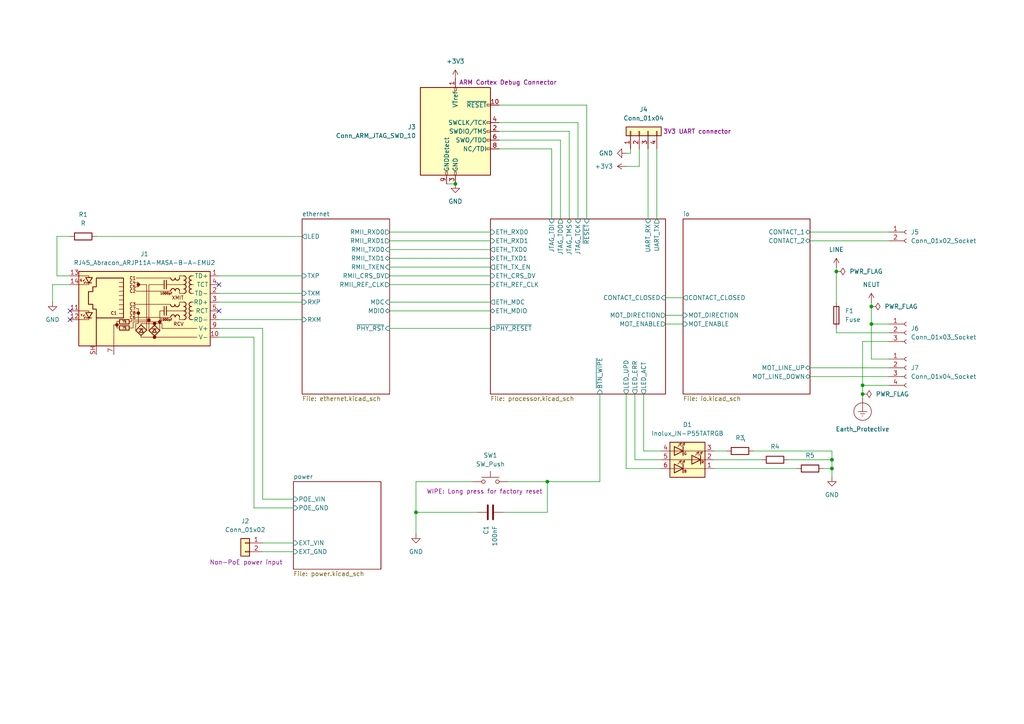
<source format=kicad_sch>
(kicad_sch (version 20250114) (generator "eeschema") (generator_version "9.0")
  (paper "A4")
  (title_block (title "iot-contact"))
  (lib_symbols
    (symbol "Connector:Conn_01x02_Socket" (pin_names (offset 1.016) (hide yes))
      (property "Reference" "J" (at 0 2.54 0))
      (property "Value" "Conn_01x02_Socket" (at 0 -5.08 0))
      (symbol "Conn_01x02_Socket_1_1"
        (polyline (pts (xy -1.27 0) (xy -0.508 0)) (stroke (width 0.1524)))
        (polyline (pts (xy -1.27 -2.54) (xy -0.508 -2.54)) (stroke (width 0.1524)))
        (arc (start 0 -0.508) (mid -0.5058 0) (end 0 0.508) (stroke (width 0.1524)))
        (arc (start 0 -3.048) (mid -0.5058 -2.54) (end 0 -2.032) (stroke (width 0.1524)))
        (pin passive line (at -5.08 0 0) (length 3.81) (name "Pin_1") (number "1"))
        (pin passive line (at -5.08 -2.54 0) (length 3.81) (name "Pin_2") (number "2"))
      )
    )
    (symbol "Connector:Conn_01x03_Socket" (pin_names (offset 1.016) (hide yes))
      (property "Reference" "J" (at 0 5.08 0))
      (property "Value" "Conn_01x03_Socket" (at 0 -5.08 0))
      (symbol "Conn_01x03_Socket_1_1"
        (polyline (pts (xy -1.27 2.54) (xy -0.508 2.54)) (stroke (width 0.1524)))
        (polyline (pts (xy -1.27 0) (xy -0.508 0)) (stroke (width 0.1524)))
        (polyline (pts (xy -1.27 -2.54) (xy -0.508 -2.54)) (stroke (width 0.1524)))
        (arc (start 0 2.032) (mid -0.5058 2.54) (end 0 3.048) (stroke (width 0.1524)))
        (arc (start 0 -0.508) (mid -0.5058 0) (end 0 0.508) (stroke (width 0.1524)))
        (arc (start 0 -3.048) (mid -0.5058 -2.54) (end 0 -2.032) (stroke (width 0.1524)))
        (pin passive line (at -5.08 2.54 0) (length 3.81) (name "Pin_1") (number "1"))
        (pin passive line (at -5.08 0 0) (length 3.81) (name "Pin_2") (number "2"))
        (pin passive line (at -5.08 -2.54 0) (length 3.81) (name "Pin_3") (number "3"))
      )
    )
    (symbol "Connector:Conn_01x04_Socket" (pin_names (offset 1.016) (hide yes))
      (property "Reference" "J" (at 0 5.08 0))
      (property "Value" "Conn_01x04_Socket" (at 0 -7.62 0))
      (symbol "Conn_01x04_Socket_1_1"
        (polyline (pts (xy -1.27 2.54) (xy -0.508 2.54)) (stroke (width 0.1524)))
        (polyline (pts (xy -1.27 0) (xy -0.508 0)) (stroke (width 0.1524)))
        (polyline (pts (xy -1.27 -2.54) (xy -0.508 -2.54)) (stroke (width 0.1524)))
        (polyline (pts (xy -1.27 -5.08) (xy -0.508 -5.08)) (stroke (width 0.1524)))
        (arc (start 0 2.032) (mid -0.5058 2.54) (end 0 3.048) (stroke (width 0.1524)))
        (arc (start 0 -0.508) (mid -0.5058 0) (end 0 0.508) (stroke (width 0.1524)))
        (arc (start 0 -3.048) (mid -0.5058 -2.54) (end 0 -2.032) (stroke (width 0.1524)))
        (arc (start 0 -5.588) (mid -0.5058 -5.08) (end 0 -4.572) (stroke (width 0.1524)))
        (pin passive line (at -5.08 2.54 0) (length 3.81) (name "Pin_1") (number "1"))
        (pin passive line (at -5.08 0 0) (length 3.81) (name "Pin_2") (number "2"))
        (pin passive line (at -5.08 -2.54 0) (length 3.81) (name "Pin_3") (number "3"))
        (pin passive line (at -5.08 -5.08 0) (length 3.81) (name "Pin_4") (number "4"))
      )
    )
    (symbol "Connector:Conn_ARM_JTAG_SWD_10" (pin_names (offset 1.016))
      (property "Reference" "J" (at -2.54 16.51 0))
      (property "Value" "Conn_ARM_JTAG_SWD_10" (at -2.54 13.97 0))
      (symbol "Conn_ARM_JTAG_SWD_10_0_1"
        (rectangle (start -10.16 12.7) (end 10.16 -12.7) (stroke (width 0.254)) (fill (type background)))
        (rectangle (start -2.794 -12.7) (end -2.286 -11.684))
        (rectangle (start -0.254 12.7) (end 0.254 11.684))
        (rectangle (start -0.254 -12.7) (end 0.254 -11.684))
        (rectangle (start 9.144 2.286) (end 10.16 2.794))
        (rectangle (start 10.16 7.874) (end 9.144 7.366))
        (rectangle (start 10.16 -0.254) (end 9.144 0.254))
        (rectangle (start 10.16 -2.794) (end 9.144 -2.286))
      )
      (symbol "Conn_ARM_JTAG_SWD_10_1_1"
        (rectangle (start 9.144 -5.334) (end 10.16 -4.826))
        (pin no_connect line (at -10.16 0 0) (length 2.54) (hide yes) (name "KEY") (number "7"))
        (pin passive line (at -2.54 -15.24 90) (length 2.54) (name "GNDDetect") (number "9"))
        (pin power_in line (at 0 15.24 270) (length 2.54) (name "VTref") (number "1"))
        (pin power_in line (at 0 -15.24 90) (length 2.54) (name "GND") (number "3"))
        (pin passive line (at 0 -15.24 90) (length 2.54) (hide yes) (name "GND") (number "5"))
        (pin open_collector line (at 12.7 7.62 180) (length 2.54) (name "~{RESET}") (number "10"))
        (pin output line (at 12.7 2.54 180) (length 2.54) (name "SWCLK/TCK") (number "4"))
        (pin bidirectional line (at 12.7 0 180) (length 2.54) (name "SWDIO/TMS") (number "2"))
        (pin input line (at 12.7 -2.54 180) (length 2.54) (name "SWO/TDO") (number "6"))
        (pin output line (at 12.7 -5.08 180) (length 2.54) (name "NC/TDI") (number "8"))
      )
    )
    (symbol "Connector:RJ45_Abracon_ARJP11A-MASA-B-A-EMU2"
      (property "Reference" "J" (at 18.415 12.7 0))
      (property "Value" "RJ45_Abracon_ARJP11A-MASA-B-A-EMU2" (at -4.445 12.7 0))
      (symbol "RJ45_Abracon_ARJP11A-MASA-B-A-EMU2_0_0"
        (polyline (pts (xy -5.08 8.89) (xy -5.08 6.35)) (stroke (width 0.254)))
        (polyline (pts (xy -5.08 1.27) (xy -5.08 -1.27)) (stroke (width 0.254)))
        (polyline (pts (xy -4.445 8.89) (xy -4.445 6.35)) (stroke (width 0.254)))
        (polyline (pts (xy -4.445 1.27) (xy -4.445 -1.27)) (stroke (width 0.254)))
        (circle (center -3.175 -3.175) (radius 0.0001) (stroke (width 0.508)))
        (circle (center -1.651 -3.683) (radius 0.0001) (stroke (width 0.508)))
        (circle (center -1.651 -7.62) (radius 0.0001) (stroke (width 0.508)))
        (circle (center 0 -2.667) (radius 0.0001) (stroke (width 0.508)))
        (circle (center 3.048 7.62) (radius 0.0001) (stroke (width 0.508)))
        (circle (center 3.048 -0.635) (radius 0.0001) (stroke (width 0.508)))
        (polyline (pts (xy 3.683 8.255) (xy 3.048 8.255) (xy 3.048 6.985) (xy 3.683 6.985)))
        (polyline (pts (xy 3.683 0.635) (xy 3.048 0.635) (xy 3.048 -0.635) (xy 3.683 -0.635)))
        (polyline (pts (xy 8.636 -4.953) (xy 9.271 -4.953) (xy 9.271 -3.048) (xy 8.636 -3.048)))
        (polyline (pts (xy 9.271 -4.064) (xy 10.16 -4.064)))
        (circle (center 9.271 -4.064) (radius 0.0001) (stroke (width 0.508)))
        (polyline (pts (xy 17.399 9.652) (xy 17.399 10.16) (xy 20.32 10.16)))
        (polyline (pts (xy 17.399 -0.508) (xy 17.399 0) (xy 20.32 0)))
        (polyline (pts (xy 20.32 7.62) (xy 17.399 7.62) (xy 17.399 8.128)))
        (polyline (pts (xy 20.32 -2.54) (xy 17.399 -2.54) (xy 17.399 -2.032)))
        (text "XMIT" (at -10.16 3.81 0) (effects (font (size 1.016 1.016)) (justify left)))
        (text "RCV" (at -10.16 -3.81 0) (effects (font (size 1.016 1.016)) (justify left)))
        (text "C1" (at 4.699 9.525 0) (effects (font (size 0.889 0.889))))
        (text "C4" (at 4.699 8.255 0) (effects (font (size 0.889 0.889))))
        (text "C5" (at 4.699 6.985 0) (effects (font (size 0.889 0.889))))
        (text "C2" (at 4.699 5.715 0) (effects (font (size 0.889 0.889))))
        (text "C3" (at 4.699 1.905 0) (effects (font (size 0.889 0.889))))
        (text "C7" (at 4.699 0.635 0) (effects (font (size 0.889 0.889))))
        (text "C8" (at 4.699 -0.635 0) (effects (font (size 0.889 0.889))))
        (text "C6" (at 4.699 -1.905 0) (effects (font (size 0.889 0.889))))
        (text "C1" (at 10.16 -0.635 0) (effects (font (size 0.889 0.889))))
      )
      (symbol "RJ45_Abracon_ARJP11A-MASA-B-A-EMU2_0_1"
        (rectangle (start -17.78 11.43) (end 20.32 -10.16) (stroke (width 0.254)) (fill (type background)))
        (polyline (pts (xy -12.3163 10.16) (xy -12.9513 10.16)))
        (polyline (pts (xy -12.3163 7.62) (xy -12.9513 7.62)))
        (polyline (pts (xy -12.3163 5.08) (xy -12.9513 5.08)))
        (polyline (pts (xy -12.3163 2.54) (xy -12.9513 2.54)))
        (polyline (pts (xy -12.3163 0) (xy -12.9513 0)))
        (polyline (pts (xy -12.3163 -2.54) (xy -12.9513 -2.54)))
        (polyline (pts (xy -10.16 10.16) (xy -8.89 10.16) (xy -8.89 9.525)))
        (polyline (pts (xy -10.16 2.54) (xy -8.89 2.54) (xy -8.89 1.905)))
        (polyline (pts (xy -8.89 5.715) (xy -8.89 5.08) (xy -10.16 5.08)))
        (polyline (pts (xy -8.89 -1.905) (xy -8.89 -2.54) (xy -10.16 -2.54)))
        (polyline (pts (xy -6.35 9.525) (xy 3.683 9.525)))
        (polyline (pts (xy -6.35 5.715) (xy 3.683 5.715)))
        (polyline (pts (xy -6.35 -1.905) (xy 3.683 -1.905)))
        (polyline (pts (xy -6.223 1.905) (xy 3.683 1.905)))
        (polyline (pts (xy -5.08 7.62) (xy -10.16 7.62)))
        (polyline (pts (xy -5.08 0) (xy -10.16 0)))
        (polyline (pts (xy -4.445 7.62) (xy 0 7.62) (xy 0 -5.715)))
        (polyline (pts (xy -4.445 0) (xy -3.175 0) (xy -3.175 -5.715)))
        (polyline (pts (xy 7.366 5.715) (xy 8.636 5.715)))
        (polyline (pts (xy 7.366 4.445) (xy 8.636 4.445)))
        (polyline (pts (xy 7.366 3.175) (xy 8.636 3.175)))
        (polyline (pts (xy 7.366 1.778) (xy 8.636 1.778)))
        (polyline (pts (xy 7.366 0.508) (xy 8.636 0.508)))
        (polyline (pts (xy 8.636 8.255) (xy 7.366 8.255)))
        (polyline (pts (xy 8.636 6.985) (xy 7.366 6.985)))
        (polyline (pts (xy 8.636 -0.762) (xy 7.366 -0.762)))
      )
      (symbol "RJ45_Abracon_ARJP11A-MASA-B-A-EMU2_1_0"
        (text "1000pF" (at -5.08 5.08 0) (effects (font (size 0.635 0.635))))
        (text "1000pF" (at -5.08 -2.54 0) (effects (font (size 0.635 0.635))))
      )
      (symbol "RJ45_Abracon_ARJP11A-MASA-B-A-EMU2_1_1"
        (polyline (pts (xy -13.97 -5.08) (xy -3.81 -5.08)))
        (polyline (pts (xy -13.97 -7.62) (xy 2.286 -7.62)))
        (arc (start -12.3163 2.54) (mid -11.684 1.905) (end -12.3163 1.27) (stroke (width 0.254)))
        (arc (start -12.3136 10.16) (mid -11.6813 9.525) (end -12.3136 8.89) (stroke (width 0.254)))
        (arc (start -12.3136 1.27) (mid -11.6813 0.635) (end -12.3136 0) (stroke (width 0.254)))
        (arc (start -12.3136 0) (mid -11.6813 -0.635) (end -12.3136 -1.27) (stroke (width 0.254)))
        (arc (start -12.3136 -1.27) (mid -11.6813 -1.905) (end -12.3136 -2.54) (stroke (width 0.254)))
        (arc (start -12.3109 8.89) (mid -11.6786 8.255) (end -12.3109 7.62) (stroke (width 0.254)))
        (arc (start -12.3109 7.62) (mid -11.6786 6.985) (end -12.3109 6.35) (stroke (width 0.254)))
        (arc (start -12.3109 6.35) (mid -11.6786 5.715) (end -12.3109 5.08) (stroke (width 0.254)))
        (arc (start -10.1654 8.89) (mid -10.7977 9.525) (end -10.1654 10.16) (stroke (width 0.254)))
        (arc (start -10.1654 7.62) (mid -10.7977 8.255) (end -10.1654 8.89) (stroke (width 0.254)))
        (arc (start -10.1654 6.35) (mid -10.7977 6.985) (end -10.1654 7.62) (stroke (width 0.254)))
        (arc (start -10.1654 1.27) (mid -10.7977 1.905) (end -10.1654 2.54) (stroke (width 0.254)))
        (arc (start -10.1654 0) (mid -10.7977 0.635) (end -10.1654 1.27) (stroke (width 0.254)))
        (arc (start -10.1654 -1.27) (mid -10.7977 -0.635) (end -10.1654 0) (stroke (width 0.254)))
        (arc (start -10.1627 5.08) (mid -10.795 5.715) (end -10.1627 6.35) (stroke (width 0.254)))
        (arc (start -10.1627 -2.54) (mid -10.795 -1.905) (end -10.1627 -1.27) (stroke (width 0.254)))
        (arc (start -7.62 9.5223) (mid -8.255 8.89) (end -8.89 9.5223) (stroke (width 0.254)))
        (arc (start -8.89 5.8447) (mid -8.255 6.477) (end -7.62 5.8447) (stroke (width 0.254)))
        (arc (start -8.89 -1.7753) (mid -8.255 -1.143) (end -7.62 -1.7753) (stroke (width 0.254)))
        (arc (start -7.5565 1.8388) (mid -8.1915 1.2065) (end -8.8265 1.8388) (stroke (width 0.254)))
        (arc (start -6.35 9.525) (mid -6.985 8.8927) (end -7.62 9.525) (stroke (width 0.254)))
        (arc (start -7.62 5.8474) (mid -6.985 6.4797) (end -6.35 5.8474) (stroke (width 0.254)))
        (arc (start -7.62 -1.7726) (mid -6.985 -1.1403) (end -6.35 -1.7726) (stroke (width 0.254)))
        (arc (start -6.2865 1.8415) (mid -6.9215 1.2092) (end -7.5565 1.8415) (stroke (width 0.254)))
        (polyline (pts (xy -3.81 -5.08) (xy -3.81 -3.683) (xy -1.651 -3.683)))
        (polyline (pts (xy -2.159 -5.207) (xy -1.016 -5.207)) (stroke (width 0.254)))
        (polyline (pts (xy -2.159 -6.223) (xy -1.016 -6.223) (xy -1.651 -5.207) (xy -2.159 -6.223)) (stroke (width 0.254)))
        (polyline (pts (xy -1.905 -3.683) (xy -1.651 -3.683) (xy -1.651 -4.191)))
        (polyline (pts (xy -1.651 -3.683) (xy 2.286 -3.683) (xy 2.286 -4.064)))
        (polyline (pts (xy -1.651 -4.191) (xy -3.175 -5.715) (xy -1.651 -7.239) (xy 0 -5.715) (xy -1.651 -4.191)) (stroke (width 0.254)))
        (polyline (pts (xy -1.651 -7.239) (xy -1.651 -7.493)))
        (polyline (pts (xy 1.651 -5.207) (xy 2.794 -5.207)) (stroke (width 0.254)))
        (polyline (pts (xy 1.651 -6.223) (xy 2.794 -6.223) (xy 2.159 -5.207) (xy 1.651 -6.223)) (stroke (width 0.254)))
        (polyline (pts (xy 2.286 -4.064) (xy 0.635 -5.588) (xy 2.286 -7.112) (xy 3.81 -5.715) (xy 2.286 -4.064)) (stroke (width 0.254)))
        (polyline (pts (xy 2.286 -7.112) (xy 2.286 -7.62)))
        (polyline (pts (xy 3.048 7.62) (xy 0.635 7.62) (xy 0.635 -5.588)))
        (polyline (pts (xy 3.048 -0.508) (xy 3.048 -3.683) (xy 3.81 -3.683) (xy 3.81 -5.715)))
        (polyline (pts (xy 5.715 -3.175) (xy 5.08 -3.175) (xy 5.08 -2.667) (xy 0 -2.667)))
        (polyline (pts (xy 5.715 -4.953) (xy 4.572 -4.953) (xy 4.572 -3.175) (xy -3.175 -3.175)))
        (polyline (pts (xy 7.366 -2.032) (xy 7.366 9.525) (xy 15.24 9.525) (xy 15.24 6.985) (xy 16.256 6.985) (xy 16.256 5.588) (xy 17.526 5.588) (xy 17.526 1.905) (xy 16.256 1.905) (xy 16.256 0.508) (xy 15.24 0.508) (xy 15.24 -2.032) (xy 7.366 -2.032)) (stroke (width 0.254)))
        (rectangle (start 8.509 -3.81) (end 5.715 -2.54) (stroke (width 0.254)))
        (rectangle (start 8.509 -5.588) (end 5.715 -4.318) (stroke (width 0.254)))
        (polyline (pts (xy 10.16 -4.064) (xy 10.16 -10.16)))
        (polyline (pts (xy 15.24 -10.16) (xy 15.24 -2.032)) (stroke (width 0.254)))
        (polyline (pts (xy 18.161 8.128) (xy 16.637 8.128)) (stroke (width 0.254)))
        (polyline (pts (xy 18.161 -2.032) (xy 16.637 -2.032)) (stroke (width 0.254)))
        (polyline (pts (xy 18.288 9.652) (xy 16.383 9.652) (xy 17.399 8.128) (xy 18.288 9.652)) (stroke (width 0.254)))
        (polyline (pts (xy 18.288 8.509) (xy 18.796 8.001) (xy 18.542 8.001)))
        (polyline (pts (xy 18.288 -0.508) (xy 16.383 -0.508) (xy 17.399 -2.032) (xy 18.288 -0.508)) (stroke (width 0.254)))
        (polyline (pts (xy 18.288 -1.651) (xy 18.796 -2.159) (xy 18.542 -2.159)))
        (polyline (pts (xy 18.542 9.144) (xy 19.05 8.636) (xy 18.796 8.636)))
        (polyline (pts (xy 18.542 -1.016) (xy 19.05 -1.524) (xy 18.796 -1.524)))
        (polyline (pts (xy 18.796 8.001) (xy 18.796 8.255)))
        (polyline (pts (xy 18.796 -2.159) (xy 18.796 -1.905)))
        (polyline (pts (xy 19.05 8.636) (xy 19.05 8.89)))
        (polyline (pts (xy 19.05 -1.524) (xy 19.05 -1.27)))
        (text "75" (at 7.112 -3.175 0) (effects (font (size 0.635 0.635))))
        (text "75" (at 7.112 -4.953 0) (effects (font (size 0.635 0.635))))
        (text "Y" (at 19.558 -1.27 0) (effects (font (size 0.635 0.635))))
        (text "G" (at 19.685 8.89 0) (effects (font (size 0.635 0.635))))
        (pin passive line (at -20.32 10.16 0) (length 2.54) (name "TD+") (number "1"))
        (pin passive line (at -20.32 7.62 0) (length 2.54) (name "TCT") (number "4"))
        (pin passive line (at -20.32 5.08 0) (length 2.54) (name "TD-") (number "2"))
        (pin passive line (at -20.32 2.54 0) (length 2.54) (name "RD+") (number "3"))
        (pin passive line (at -20.32 0 0) (length 2.54) (name "RCT") (number "5"))
        (pin passive line (at -20.32 -2.54 0) (length 2.54) (name "RD-") (number "6"))
        (pin power_out line (at -20.32 -5.08 0) (length 2.54) (name "V+") (number "9"))
        (pin power_out line (at -20.32 -7.62 0) (length 2.54) (name "V-") (number "10"))
        (pin power_in line (at 10.16 -12.7 90) (length 2.54) (name "") (number "7"))
        (pin passive line (at 15.24 -12.7 90) (length 2.54) (name "") (number "SH"))
        (pin no_connect line (at 20.32 5.08 0) (length 0) (hide yes) (name "NC") (number "8"))
        (pin passive line (at 22.86 10.16 180) (length 2.54) (name "") (number "13"))
        (pin passive line (at 22.86 7.62 180) (length 2.54) (name "") (number "14"))
        (pin passive line (at 22.86 0 180) (length 2.54) (name "") (number "11"))
        (pin passive line (at 22.86 -2.54 180) (length 2.54) (name "") (number "12"))
      )
    )
    (symbol "Connector_Generic:Conn_01x02" (pin_names (offset 1.016) (hide yes))
      (property "Reference" "J" (at 0 2.54 0))
      (property "Value" "Conn_01x02" (at 0 -5.08 0))
      (symbol "Conn_01x02_1_1"
        (rectangle (start -1.27 1.27) (end 1.27 -3.81) (stroke (width 0.254)) (fill (type background)))
        (rectangle (start -1.27 0.127) (end 0 -0.127) (stroke (width 0.1524)))
        (rectangle (start -1.27 -2.413) (end 0 -2.667) (stroke (width 0.1524)))
        (pin passive line (at -5.08 0 0) (length 3.81) (name "Pin_1") (number "1"))
        (pin passive line (at -5.08 -2.54 0) (length 3.81) (name "Pin_2") (number "2"))
      )
    )
    (symbol "Connector_Generic:Conn_01x04" (pin_names (offset 1.016) (hide yes))
      (property "Reference" "J" (at 0 5.08 0))
      (property "Value" "Conn_01x04" (at 0 -7.62 0))
      (symbol "Conn_01x04_1_1"
        (rectangle (start -1.27 3.81) (end 1.27 -6.35) (stroke (width 0.254)) (fill (type background)))
        (rectangle (start -1.27 2.667) (end 0 2.413) (stroke (width 0.1524)))
        (rectangle (start -1.27 0.127) (end 0 -0.127) (stroke (width 0.1524)))
        (rectangle (start -1.27 -2.413) (end 0 -2.667) (stroke (width 0.1524)))
        (rectangle (start -1.27 -4.953) (end 0 -5.207) (stroke (width 0.1524)))
        (pin passive line (at -5.08 2.54 0) (length 3.81) (name "Pin_1") (number "1"))
        (pin passive line (at -5.08 0 0) (length 3.81) (name "Pin_2") (number "2"))
        (pin passive line (at -5.08 -2.54 0) (length 3.81) (name "Pin_3") (number "3"))
        (pin passive line (at -5.08 -5.08 0) (length 3.81) (name "Pin_4") (number "4"))
      )
    )
    (symbol "Device:C" (pin_numbers (hide yes)) (pin_names (offset 0.254))
      (property "Reference" "C" (at 0.635 2.54 0))
      (property "Value" "C" (at 0.635 -2.54 0))
      (symbol "C_0_1"
        (polyline (pts (xy -2.032 0.762) (xy 2.032 0.762)) (stroke (width 0.508)))
        (polyline (pts (xy -2.032 -0.762) (xy 2.032 -0.762)) (stroke (width 0.508)))
      )
      (symbol "C_1_1"
        (pin passive line (at 0 3.81 270) (length 2.794) (name "~") (number "1"))
        (pin passive line (at 0 -3.81 90) (length 2.794) (name "~") (number "2"))
      )
    )
    (symbol "Device:Fuse" (pin_numbers (hide yes)) (pin_names (offset 0))
      (property "Reference" "F" (at 2.032 0 90))
      (property "Value" "Fuse" (at -1.905 0 90))
      (symbol "Fuse_0_1"
        (rectangle (start -0.762 -2.54) (end 0.762 2.54) (stroke (width 0.254)))
        (polyline (pts (xy 0 2.54) (xy 0 -2.54)))
      )
      (symbol "Fuse_1_1"
        (pin passive line (at 0 3.81 270) (length 1.27) (name "~") (number "1"))
        (pin passive line (at 0 -3.81 90) (length 1.27) (name "~") (number "2"))
      )
    )
    (symbol "Device:R" (pin_numbers (hide yes)) (pin_names (offset 0))
      (property "Reference" "R" (at 2.032 0 90))
      (property "Value" "R" (at 0 0 90))
      (symbol "R_0_1"
        (rectangle (start -1.016 -2.54) (end 1.016 2.54) (stroke (width 0.254)))
      )
      (symbol "R_1_1"
        (pin passive line (at 0 3.81 270) (length 1.27) (name "~") (number "1"))
        (pin passive line (at 0 -3.81 90) (length 1.27) (name "~") (number "2"))
      )
    )
    (symbol "LED:Inolux_IN-P55TATRGB" (pin_names (hide yes))
      (property "Reference" "D" (at -5.08 6.35 0))
      (property "Value" "Inolux_IN-P55TATRGB" (at -5.08 -6.35 0))
      (symbol "Inolux_IN-P55TATRGB_0_0"
        (text "B" (at -0.635 -3.3274 0) (effects (font (size 0.762 0.762))))
      )
      (symbol "Inolux_IN-P55TATRGB_0_1"
        (rectangle (start -5.08 5.08) (end 5.08 -5.08) (stroke (width 0.254)) (fill (type background)))
        (polyline (pts (xy -5.08 2.54) (xy 5.08 2.54)))
        (polyline (pts (xy -5.08 0) (xy 5.08 0)))
        (polyline (pts (xy -5.08 -2.54) (xy 5.08 -2.54)))
        (polyline (pts (xy -3.81 3.81) (xy -3.81 1.27) (xy -1.27 2.54) (xy -3.81 3.81)) (stroke (width 0.254)))
        (polyline (pts (xy -3.81 -1.27) (xy -3.81 -3.81) (xy -1.27 -2.54) (xy -3.81 -1.27)) (stroke (width 0.254)))
        (polyline (pts (xy -2.794 3.81) (xy -1.778 4.826)))
        (polyline (pts (xy -2.794 -1.27) (xy -1.778 -0.254)))
        (polyline (pts (xy -2.54 4.572) (xy -1.778 4.826) (xy -2.032 4.064)))
        (polyline (pts (xy -2.032 -1.016) (xy -1.778 -0.254) (xy -2.54 -0.508)))
        (polyline (pts (xy -1.778 3.81) (xy -0.762 4.826)))
        (polyline (pts (xy -1.778 -1.27) (xy -0.762 -0.254)))
        (polyline (pts (xy -1.524 4.572) (xy -0.762 4.826) (xy -1.016 4.064)))
        (polyline (pts (xy -1.524 -0.508) (xy -0.762 -0.254) (xy -1.016 -1.016)))
        (polyline (pts (xy -1.27 3.81) (xy -1.27 1.27)) (stroke (width 0.254)))
        (polyline (pts (xy -1.27 -1.27) (xy -1.27 -3.81)) (stroke (width 0.254)))
        (polyline (pts (xy 1.27 1.27) (xy 1.27 -1.27) (xy 3.81 0) (xy 1.27 1.27)) (stroke (width 0.254)))
        (polyline (pts (xy 2.286 1.27) (xy 3.302 2.286)))
        (polyline (pts (xy 3.048 1.524) (xy 3.302 2.286) (xy 2.54 2.032)))
        (polyline (pts (xy 3.302 1.27) (xy 4.318 2.286)))
        (polyline (pts (xy 3.556 2.032) (xy 4.318 2.286) (xy 4.064 1.524)))
        (polyline (pts (xy 3.81 1.27) (xy 3.81 -1.27)) (stroke (width 0.254)))
      )
      (symbol "Inolux_IN-P55TATRGB_1_0"
        (text "G" (at -0.635 1.8034 0) (effects (font (size 0.762 0.762))))
        (text "R" (at 4.4196 -0.7112 0) (effects (font (size 0.762 0.762))))
      )
      (symbol "Inolux_IN-P55TATRGB_1_1"
        (pin passive line (at -7.62 2.54 0) (length 2.54) (name "AG") (number "4"))
        (pin passive line (at -7.62 0 0) (length 2.54) (name "AR") (number "5"))
        (pin passive line (at -7.62 -2.54 0) (length 2.54) (name "AB") (number "6"))
        (pin passive line (at 7.62 2.54 180) (length 2.54) (name "KG") (number "3"))
        (pin passive line (at 7.62 0 180) (length 2.54) (name "KR") (number "2"))
        (pin passive line (at 7.62 -2.54 180) (length 2.54) (name "KB") (number "1"))
      )
    )
    (symbol "Switch:SW_Push" (pin_numbers (hide yes)) (pin_names (offset 1.016) (hide yes))
      (property "Reference" "SW" (at 1.27 2.54 0))
      (property "Value" "SW_Push" (at 0 -1.524 0))
      (symbol "SW_Push_0_1"
        (circle (center -2.032 0) (radius 0.508))
        (polyline (pts (xy 0 1.27) (xy 0 3.048)))
        (circle (center 2.032 0) (radius 0.508))
        (polyline (pts (xy 2.54 1.27) (xy -2.54 1.27)))
        (pin passive line (at -5.08 0 0) (length 2.54) (name "1") (number "1"))
        (pin passive line (at 5.08 0 180) (length 2.54) (name "2") (number "2"))
      )
    )
    (symbol "power:+3V3" (power) (pin_numbers (hide yes)) (pin_names (offset 0) (hide yes))
      (property "Value" "+3V3" (at 0 3.556 0))
      (symbol "+3V3_0_1"
        (polyline (pts (xy -0.762 1.27) (xy 0 2.54)))
        (polyline (pts (xy 0 2.54) (xy 0.762 1.27)))
        (polyline (pts (xy 0 0) (xy 0 2.54)))
      )
      (symbol "+3V3_1_1"
        (pin power_in line (at 0 0 90) (length 0) (name "~") (number "1"))
      )
    )
    (symbol "power:Earth_Protective" (power) (pin_numbers (hide yes)) (pin_names (offset 0) (hide yes))
      (property "Value" "Earth_Protective" (at 0 -7.62 0))
      (symbol "Earth_Protective_0_1"
        (polyline (pts (xy -0.635 -4.445) (xy 0.635 -4.445)))
        (polyline (pts (xy -0.127 -5.08) (xy 0.127 -5.08)))
        (polyline (pts (xy 0 -3.81) (xy 0 0)))
        (circle (center 0 -3.81) (radius 2.54))
        (polyline (pts (xy 1.27 -3.81) (xy -1.27 -3.81)))
      )
      (symbol "Earth_Protective_1_1"
        (pin power_in line (at 0 0 270) (length 0) (name "~") (number "1"))
      )
    )
    (symbol "power:GND" (power) (pin_numbers (hide yes)) (pin_names (offset 0) (hide yes))
      (property "Value" "GND" (at 0 -3.81 0))
      (symbol "GND_0_1"
        (polyline (pts (xy 0 0) (xy 0 -1.27) (xy 1.27 -1.27) (xy 0 -2.54) (xy -1.27 -1.27) (xy 0 -1.27)))
      )
      (symbol "GND_1_1"
        (pin power_in line (at 0 0 270) (length 0) (name "~") (number "1"))
      )
    )
    (symbol "power:LINE" (power) (pin_numbers (hide yes)) (pin_names (offset 0) (hide yes))
      (property "Value" "LINE" (at 0 3.556 0))
      (symbol "LINE_0_1"
        (polyline (pts (xy -0.762 1.27) (xy 0 2.54)))
        (polyline (pts (xy 0 2.54) (xy 0.762 1.27)))
        (polyline (pts (xy 0 0) (xy 0 2.54)))
      )
      (symbol "LINE_1_1"
        (pin power_in line (at 0 0 90) (length 0) (name "~") (number "1"))
      )
    )
    (symbol "power:NEUT" (power) (pin_numbers (hide yes)) (pin_names (offset 0) (hide yes))
      (property "Value" "NEUT" (at 0 3.556 0))
      (symbol "NEUT_0_1"
        (polyline (pts (xy -0.762 1.27) (xy 0 2.54)))
        (polyline (pts (xy 0 2.54) (xy 0.762 1.27)))
        (polyline (pts (xy 0 0) (xy 0 2.54)))
      )
      (symbol "NEUT_1_1"
        (pin power_in line (at 0 0 90) (length 0) (name "~") (number "1"))
      )
    )
    (symbol "power:PWR_FLAG" (power) (pin_numbers (hide yes)) (pin_names (offset 0) (hide yes))
      (property "Value" "PWR_FLAG" (at 0 3.81 0))
      (symbol "PWR_FLAG_0_0"
        (pin power_out line (at 0 0 90) (length 0) (name "~") (number "1"))
      )
      (symbol "PWR_FLAG_0_1"
        (polyline (pts (xy 0 0) (xy 0 1.27) (xy -1.016 1.905) (xy 0 2.54) (xy 1.016 1.905) (xy 0 1.27)))
      )
    )
  )
  (junction (at 120.65 148.59))
  (junction (at 250.19 111.76))
  (junction (at 241.3 133.35))
  (junction (at 242.57 78.74))
  (junction (at 250.19 114.3))
  (junction (at 158.75 139.7))
  (junction (at 252.73 88.9))
  (junction (at 241.3 135.89))
  (junction (at 252.73 93.98))
  (junction (at 132.08 53.34))
  (no_connect (at 63.5 90.17))
  (no_connect (at 63.5 82.55))
  (no_connect (at 20.32 90.17))
  (no_connect (at 20.32 92.71))
  (wire (pts (xy 162.56 40.64) (xy 162.56 63.5)))
  (wire (pts (xy 190.5 43.18) (xy 190.5 63.5)))
  (wire (pts (xy 120.65 139.7) (xy 137.16 139.7)))
  (wire (pts (xy 120.65 139.7) (xy 120.65 148.59)))
  (wire (pts (xy 234.95 106.68) (xy 257.81 106.68)))
  (wire (pts (xy 257.81 104.14) (xy 252.73 104.14)))
  (wire (pts (xy 113.03 69.85) (xy 142.24 69.85)))
  (wire (pts (xy 234.95 67.31) (xy 257.81 67.31)))
  (wire (pts (xy 113.03 74.93) (xy 142.24 74.93)))
  (wire (pts (xy 228.6 133.35) (xy 241.3 133.35)))
  (wire (pts (xy 181.61 114.3) (xy 181.61 135.89)))
  (wire (pts (xy 185.42 48.26) (xy 181.61 48.26)))
  (wire (pts (xy 158.75 148.59) (xy 158.75 139.7)))
  (wire (pts (xy 207.01 130.81) (xy 210.82 130.81)))
  (wire (pts (xy 147.32 139.7) (xy 158.75 139.7)))
  (wire (pts (xy 113.03 95.25) (xy 142.24 95.25)))
  (wire (pts (xy 241.3 135.89) (xy 241.3 138.43)))
  (wire (pts (xy 20.32 82.55) (xy 15.24 82.55)))
  (wire (pts (xy 181.61 135.89) (xy 191.77 135.89)))
  (wire (pts (xy 144.78 35.56) (xy 167.64 35.56)))
  (wire (pts (xy 158.75 139.7) (xy 173.99 139.7)))
  (wire (pts (xy 193.04 86.36) (xy 198.12 86.36)))
  (wire (pts (xy 144.78 30.48) (xy 170.18 30.48)))
  (wire (pts (xy 170.18 30.48) (xy 170.18 63.5)))
  (wire (pts (xy 16.51 68.58) (xy 16.51 80.01)))
  (wire (pts (xy 173.99 114.3) (xy 173.99 139.7)))
  (wire (pts (xy 27.94 68.58) (xy 87.63 68.58)))
  (wire (pts (xy 186.69 130.81) (xy 191.77 130.81)))
  (wire (pts (xy 113.03 77.47) (xy 142.24 77.47)))
  (wire (pts (xy 234.95 69.85) (xy 257.81 69.85)))
  (wire (pts (xy 186.69 114.3) (xy 186.69 130.81)))
  (wire (pts (xy 129.54 53.34) (xy 132.08 53.34)))
  (wire (pts (xy 16.51 80.01) (xy 20.32 80.01)))
  (wire (pts (xy 144.78 40.64) (xy 162.56 40.64)))
  (wire (pts (xy 241.3 133.35) (xy 241.3 135.89)))
  (wire (pts (xy 73.66 97.79) (xy 73.66 147.32)))
  (wire (pts (xy 238.76 135.89) (xy 241.3 135.89)))
  (wire (pts (xy 181.61 44.45) (xy 182.88 44.45)))
  (wire (pts (xy 252.73 93.98) (xy 257.81 93.98)))
  (wire (pts (xy 187.96 43.18) (xy 187.96 63.5)))
  (wire (pts (xy 63.5 95.25) (xy 76.2 95.25)))
  (wire (pts (xy 250.19 114.3) (xy 250.19 111.76)))
  (wire (pts (xy 63.5 92.71) (xy 87.63 92.71)))
  (wire (pts (xy 242.57 77.47) (xy 242.57 78.74)))
  (wire (pts (xy 250.19 111.76) (xy 250.19 99.06)))
  (wire (pts (xy 185.42 43.18) (xy 185.42 48.26)))
  (wire (pts (xy 252.73 93.98) (xy 252.73 104.14)))
  (wire (pts (xy 144.78 43.18) (xy 160.02 43.18)))
  (wire (pts (xy 182.88 44.45) (xy 182.88 43.18)))
  (wire (pts (xy 120.65 148.59) (xy 120.65 154.94)))
  (wire (pts (xy 76.2 160.02) (xy 85.09 160.02)))
  (wire (pts (xy 165.1 38.1) (xy 165.1 63.5)))
  (wire (pts (xy 113.03 67.31) (xy 142.24 67.31)))
  (wire (pts (xy 218.44 130.81) (xy 241.3 130.81)))
  (wire (pts (xy 63.5 97.79) (xy 73.66 97.79)))
  (wire (pts (xy 193.04 91.44) (xy 198.12 91.44)))
  (wire (pts (xy 76.2 144.78) (xy 85.09 144.78)))
  (wire (pts (xy 184.15 133.35) (xy 191.77 133.35)))
  (wire (pts (xy 113.03 80.01) (xy 142.24 80.01)))
  (wire (pts (xy 167.64 35.56) (xy 167.64 63.5)))
  (wire (pts (xy 63.5 80.01) (xy 87.63 80.01)))
  (wire (pts (xy 250.19 111.76) (xy 257.81 111.76)))
  (wire (pts (xy 250.19 115.57) (xy 250.19 114.3)))
  (wire (pts (xy 113.03 87.63) (xy 142.24 87.63)))
  (wire (pts (xy 113.03 90.17) (xy 142.24 90.17)))
  (wire (pts (xy 144.78 38.1) (xy 165.1 38.1)))
  (wire (pts (xy 250.19 99.06) (xy 257.81 99.06)))
  (wire (pts (xy 252.73 87.63) (xy 252.73 88.9)))
  (wire (pts (xy 160.02 43.18) (xy 160.02 63.5)))
  (wire (pts (xy 242.57 95.25) (xy 242.57 96.52)))
  (wire (pts (xy 76.2 157.48) (xy 85.09 157.48)))
  (wire (pts (xy 113.03 82.55) (xy 142.24 82.55)))
  (wire (pts (xy 184.15 114.3) (xy 184.15 133.35)))
  (wire (pts (xy 207.01 133.35) (xy 220.98 133.35)))
  (wire (pts (xy 193.04 93.98) (xy 198.12 93.98)))
  (wire (pts (xy 73.66 147.32) (xy 85.09 147.32)))
  (wire (pts (xy 234.95 109.22) (xy 257.81 109.22)))
  (wire (pts (xy 241.3 130.81) (xy 241.3 133.35)))
  (wire (pts (xy 20.32 68.58) (xy 16.51 68.58)))
  (wire (pts (xy 146.05 148.59) (xy 158.75 148.59)))
  (wire (pts (xy 113.03 72.39) (xy 142.24 72.39)))
  (wire (pts (xy 242.57 78.74) (xy 242.57 87.63)))
  (wire (pts (xy 242.57 96.52) (xy 257.81 96.52)))
  (wire (pts (xy 15.24 82.55) (xy 15.24 87.63)))
  (wire (pts (xy 76.2 95.25) (xy 76.2 144.78)))
  (wire (pts (xy 138.43 148.59) (xy 120.65 148.59)))
  (wire (pts (xy 252.73 88.9) (xy 252.73 93.98)))
  (wire (pts (xy 63.5 85.09) (xy 87.63 85.09)))
  (wire (pts (xy 207.01 135.89) (xy 231.14 135.89)))
  (wire (pts (xy 63.5 87.63) (xy 87.63 87.63)))
  (symbol (lib_id "Device:R") (at 234.95 135.89 270) (unit 1)
    (property "Reference" "R5" (at 234.95 132.08 90))
    (property "Description" "Resistor" (effects (hide yes)))
  )
  (symbol (lib_id "Connector:RJ45_Abracon_ARJP11A-MASA-B-A-EMU2") (at 43.18 90.17 0) (mirror y) (unit 1)
    (property "Reference" "J1" (at 41.91 73.66 0))
    (property "Value" "RJ45_Abracon_ARJP11A-MASA-B-A-EMU2" (at 41.91 76.2 0))
    (property "Footprint" "Connector_RJ:RJ45_Abracon_ARJP11A-MA_Horizontal" (effects (hide yes)))
    (property "Datasheet" "https://abracon.com/Magnetics/lan/ARJP11A.PDF" (effects (hide yes)))
    (property "Description" "RJ45 PoE 10/100 Base-TX Jack with Magnetic Module" (effects (hide yes)))
  )
  (symbol (lib_id "Connector:Conn_01x04_Socket") (at 262.89 106.68 0) (unit 1)
    (property "Reference" "J7" (at 264.16 106.6799 0) (effects (justify left)))
    (property "Value" "Conn_01x04_Socket" (at 264.16 109.2199 0) (effects (justify left)))
    (property "Footprint" "TerminalBlock_WAGO:TerminalBlock_WAGO_236-404_1x04_P5.00mm_45Degree" (effects (hide yes)))
    (property "Description" "Generic connector, single row, 01x04, script generated" (effects (hide yes)))
  )
  (symbol (lib_id "Switch:SW_Push") (at 142.24 139.7 0) (mirror y) (unit 1)
    (property "Reference" "SW1" (at 142.24 132.08 0))
    (property "Value" "SW_Push" (at 142.24 134.62 0))
    (property "Footprint" "Button_Switch_SMD:SW_SPST_TL3305B" (effects (hide yes)))
    (property "Datasheet" "https://www.e-switch.com/wp-content/uploads/2024/08/TL3305.pdf" (effects (hide yes)))
    (property "Description" "WIPE: Long press for factory reset" (at 123.698 142.494 0) (effects (justify right)))
    (property "MPN" "TL3305BF260QG" (effects (hide yes)))
    (property "Manufacturer" "E-Switch" (effects (hide yes)))
  )
  (symbol (lib_id "Connector_Generic:Conn_01x04") (at 185.42 38.1 90) (unit 1)
    (property "Reference" "J4" (at 186.69 31.75 90))
    (property "Value" "Conn_01x04" (at 186.69 34.29 90))
    (property "Footprint" "Connector_PinHeader_2.54mm:PinHeader_1x04_P2.54mm_Vertical" (effects (hide yes)))
    (property "Description" "3V3 UART connector" (at 202.184 38.1 90))
  )
  (symbol (lib_id "LED:Inolux_IN-P55TATRGB") (at 199.39 133.35 0) (unit 1)
    (property "Reference" "D1" (at 199.39 123.19 0))
    (property "Value" "Inolux_IN-P55TATRGB" (at 199.39 125.73 0))
    (property "Footprint" "LED_SMD:LED_Inolux_IN-P55TATRGB_PLCC6_5.0x5.5mm_P1.8mm" (effects (hide yes)))
    (property "Datasheet" "https://www.inolux-corp.com/datasheet/SMDLED/RGB%20Top%20View/IN-P55TATRGB.pdf" (effects (hide yes)))
    (property "Description" "Inolux RGB LED, PLCC-6" (effects (hide yes)))
  )
  (symbol (lib_id "Connector:Conn_01x03_Socket") (at 262.89 96.52 0) (unit 1)
    (property "Reference" "J6" (at 264.16 95.2499 0) (effects (justify left)))
    (property "Value" "Conn_01x03_Socket" (at 264.16 97.7899 0) (effects (justify left)))
    (property "Footprint" "TerminalBlock_WAGO:TerminalBlock_WAGO_236-403_1x03_P5.00mm_45Degree" (effects (hide yes)))
    (property "Description" "Generic connector, single row, 01x03, script generated" (effects (hide yes)))
  )
  (symbol (lib_id "power:PWR_FLAG") (at 250.19 114.3 270) (unit 1)
    (property "Reference" "#FLG05" (effects (hide yes)))
    (property "Value" "PWR_FLAG" (at 254 114.2999 90) (effects (justify left)))
    (property "Description" "Special symbol for telling ERC where power comes from" (effects (hide yes)))
  )
  (symbol (lib_id "power:NEUT") (at 252.73 87.63 0) (unit 1)
    (property "Reference" "#PWR011" (effects (hide yes)))
    (property "Value" "NEUT" (at 252.73 82.55 0))
    (property "Description" "Power symbol creates a global label with name \"NEUT\"" (effects (hide yes)))
  )
  (symbol (lib_id "Connector:Conn_ARM_JTAG_SWD_10") (at 132.08 38.1 0) (unit 1)
    (property "Reference" "J3" (at 120.65 36.8299 0) (effects (justify right)))
    (property "Value" "Conn_ARM_JTAG_SWD_10" (at 120.65 39.3699 0) (effects (justify right)))
    (property "Datasheet" "https://mm.digikey.com/Volume0/opasdata/d220001/medias/docus/6209/ftsh-1xx-xx-xxx-dv-xxx-xxx-x-xx-mkt.pdf" (effects (hide yes)))
    (property "Description" "ARM Cortex Debug Connector" (at 147.32 23.876 0))
    (property "MPN" "FTSH-105-01-L-DV-007-K-TR" (effects (hide yes)))
    (property "Manufacturer" "samtec" (effects (hide yes)))
  )
  (symbol (lib_id "power:PWR_FLAG") (at 252.73 88.9 270) (unit 1)
    (property "Reference" "#FLG07" (effects (hide yes)))
    (property "Value" "PWR_FLAG" (at 256.54 88.8999 90) (effects (justify left)))
    (property "Description" "Special symbol for telling ERC where power comes from" (effects (hide yes)))
  )
  (symbol (lib_id "Device:Fuse") (at 242.57 91.44 0) (unit 1)
    (property "Reference" "F1" (at 245.11 90.1699 0) (effects (justify left)))
    (property "Value" "Fuse" (at 245.11 92.7099 0) (effects (justify left)))
    (property "Footprint" "Fuse:Fuseholder_Cylinder-5x20mm_Schurter_OGN-SMD_Horizontal_Open" (effects (hide yes)))
    (property "Description" "Fuse" (effects (hide yes)))
  )
  (symbol (lib_id "Connector_Generic:Conn_01x02") (at 71.12 157.48 0) (mirror y) (unit 1)
    (property "Reference" "J2" (at 71.12 151.13 0))
    (property "Value" "Conn_01x02" (at 71.12 153.67 0))
    (property "Footprint" "Connector_PinHeader_2.54mm:PinHeader_1x02_P2.54mm_Vertical" (effects (hide yes)))
    (property "Description" "Non-PoE power input" (at 71.374 163.068 0))
  )
  (symbol (lib_id "power:PWR_FLAG") (at 242.57 78.74 270) (unit 1)
    (property "Reference" "#FLG06" (effects (hide yes)))
    (property "Value" "PWR_FLAG" (at 246.38 78.7399 90) (effects (justify left)))
    (property "Description" "Special symbol for telling ERC where power comes from" (effects (hide yes)))
  )
  (symbol (lib_id "power:GND") (at 120.65 154.94 0) (unit 1)
    (property "Reference" "#PWR02" (effects (hide yes)))
    (property "Value" "GND" (at 120.65 160.02 0))
    (property "Description" "Power symbol creates a global label with name \"GND\" , ground" (effects (hide yes)))
  )
  (symbol (lib_id "power:+3V3") (at 181.61 48.26 90) (unit 1)
    (property "Reference" "#PWR07" (effects (hide yes)))
    (property "Value" "+3V3" (at 177.8 48.2599 90) (effects (justify left)))
    (property "Description" "Power symbol creates a global label with name \"+3V3\"" (effects (hide yes)))
  )
  (symbol (lib_id "Device:R") (at 214.63 130.81 90) (unit 1)
    (property "Reference" "R3" (at 214.63 127 90))
    (property "Value" "~" (at 215.8999 128.27 0) (effects (justify left)))
    (property "Description" "Resistor" (effects (hide yes)))
  )
  (symbol (lib_id "power:GND") (at 132.08 53.34 0) (unit 1)
    (property "Reference" "#PWR04" (effects (hide yes)))
    (property "Value" "GND" (at 132.08 58.42 0))
    (property "Description" "Power symbol creates a global label with name \"GND\" , ground" (effects (hide yes)))
  )
  (symbol (lib_id "power:GND") (at 241.3 138.43 0) (unit 1)
    (property "Reference" "#PWR08" (effects (hide yes)))
    (property "Value" "GND" (at 241.3 143.51 0))
    (property "Description" "Power symbol creates a global label with name \"GND\" , ground" (effects (hide yes)))
  )
  (symbol (lib_id "power:Earth_Protective") (at 250.19 115.57 0) (unit 1)
    (property "Reference" "#PWR010" (effects (hide yes)))
    (property "Value" "Earth_Protective" (at 250.19 124.46 0))
    (property "Description" "Power symbol creates a global label with name \"Earth_Protective\"" (effects (hide yes)))
  )
  (symbol (lib_id "Connector:Conn_01x02_Socket") (at 262.89 67.31 0) (unit 1)
    (property "Reference" "J5" (at 264.16 67.3099 0) (effects (justify left)))
    (property "Value" "Conn_01x02_Socket" (at 264.16 69.8499 0) (effects (justify left)))
    (property "Footprint" "TerminalBlock_WAGO:TerminalBlock_WAGO_236-402_1x02_P5.00mm_45Degree" (effects (hide yes)))
    (property "Description" "Generic connector, single row, 01x02, script generated" (effects (hide yes)))
  )
  (symbol (lib_id "power:GND") (at 181.61 44.45 270) (unit 1)
    (property "Reference" "#PWR06" (effects (hide yes)))
    (property "Value" "GND" (at 177.8 44.4499 90) (effects (justify right)))
    (property "Description" "Power symbol creates a global label with name \"GND\" , ground" (effects (hide yes)))
  )
  (symbol (lib_id "Device:C") (at 142.24 148.59 90) (mirror x) (unit 1)
    (property "Reference" "C1" (at 140.9699 152.4 0) (effects (justify left)))
    (property "Value" "100nF" (at 143.5099 152.4 0) (effects (justify left)))
    (property "Description" "Unpolarized capacitor" (effects (hide yes)))
  )
  (symbol (lib_id "power:GND") (at 15.24 87.63 0) (unit 1)
    (property "Reference" "#PWR01" (effects (hide yes)))
    (property "Value" "GND" (at 15.24 92.71 0))
    (property "Description" "Power symbol creates a global label with name \"GND\" , ground" (effects (hide yes)))
  )
  (symbol (lib_id "power:LINE") (at 242.57 77.47 0) (unit 1)
    (property "Reference" "#PWR09" (effects (hide yes)))
    (property "Value" "LINE" (at 242.57 72.39 0))
    (property "Description" "Power symbol creates a global label with name \"LINE\"" (effects (hide yes)))
  )
  (symbol (lib_id "Device:R") (at 24.13 68.58 90) (unit 1)
    (property "Reference" "R1" (at 24.13 62.23 90))
    (property "Value" "R" (at 24.13 64.77 90))
    (property "Description" "Resistor" (effects (hide yes)))
  )
  (symbol (lib_id "Device:R") (at 224.79 133.35 90) (unit 1)
    (property "Reference" "R4" (at 224.79 129.54 90))
    (property "Description" "Resistor" (effects (hide yes)))
  )
  (symbol (lib_id "power:+3V3") (at 132.08 22.86 0) (unit 1)
    (property "Reference" "#PWR03" (effects (hide yes)))
    (property "Value" "+3V3" (at 132.08 17.78 0))
    (property "Description" "Power symbol creates a global label with name \"+3V3\"" (effects (hide yes)))
  )
  (sheet (at 87.63 63.5) (size 25.4 50.8) (stroke (width 0.1524))
    (property "Sheetname" "ethernet" (at 87.63 62.7884 0) (effects (justify left bottom)))
    (property "Sheetfile" "ethernet.kicad_sch" (at 87.63 114.8846 0) (effects (justify left top)))
    (pin "RMII_RXD0" output (at 113.03 67.31 0))
    (pin "RMII_RXD1" output (at 113.03 69.85 0))
    (pin "RMII_TXD0" input (at 113.03 72.39 0))
    (pin "RMII_TXD1" bidirectional (at 113.03 74.93 0))
    (pin "RMII_TXEN" input (at 113.03 77.47 0))
    (pin "~{PHY_RST}" input (at 113.03 95.25 0))
    (pin "RMII_CRS_DV" output (at 113.03 80.01 0))
    (pin "RMII_REF_CLK" output (at 113.03 82.55 0))
    (pin "MDC" input (at 113.03 87.63 0))
    (pin "MDIO" bidirectional (at 113.03 90.17 0))
    (pin "LED" output (at 87.63 68.58 180))
    (pin "RXM" input (at 87.63 92.71 180))
    (pin "RXP" input (at 87.63 87.63 180))
    (pin "TXM" input (at 87.63 85.09 180))
    (pin "TXP" input (at 87.63 80.01 180))
  )
  (sheet (at 198.12 63.5) (size 36.83 50.8) (stroke (width 0.1524))
    (property "Sheetname" "io" (at 198.12 62.7884 0) (effects (justify left bottom)))
    (property "Sheetfile" "io.kicad_sch" (at 198.12 114.8846 0) (effects (justify left top)))
    (pin "CONTACT_1" bidirectional (at 234.95 67.31 0))
    (pin "CONTACT_2" bidirectional (at 234.95 69.85 0))
    (pin "MOT_DIRECTION" input (at 198.12 91.44 180))
    (pin "MOT_ENABLE" input (at 198.12 93.98 180))
    (pin "CONTACT_CLOSED" output (at 198.12 86.36 180))
    (pin "MOT_LINE_DOWN" bidirectional (at 234.95 109.22 0))
    (pin "MOT_LINE_UP" bidirectional (at 234.95 106.68 0))
  )
  (sheet (at 142.24 63.5) (size 50.8 50.8) (stroke (width 0.1524))
    (property "Sheetname" "processor" (effects (hide yes)))
    (property "Sheetfile" "processor.kicad_sch" (at 142.24 114.8846 0) (effects (justify left top)))
    (pin "JTAG_TDI" input (at 160.02 63.5 90))
    (pin "JTAG_TDO" output (at 162.56 63.5 90))
    (pin "JTAG_TMS" bidirectional (at 165.1 63.5 90))
    (pin "JTAG_TCK" input (at 167.64 63.5 90))
    (pin "UART_RX" input (at 187.96 63.5 90))
    (pin "UART_TX" output (at 190.5 63.5 90))
    (pin "LED_UPD" output (at 181.61 114.3 270))
    (pin "LED_ACT" output (at 186.69 114.3 270))
    (pin "MOT_DIRECTION" output (at 193.04 91.44 0))
    (pin "MOT_ENABLE" output (at 193.04 93.98 0))
    (pin "CONTACT_CLOSED" input (at 193.04 86.36 0))
    (pin "~{BTN_WIPE}" input (at 173.99 114.3 270))
    (pin "~{RESET}" input (at 170.18 63.5 90))
    (pin "ETH_RXD0" input (at 142.24 67.31 180))
    (pin "ETH_CRS_DV" input (at 142.24 80.01 180))
    (pin "ETH_RXD1" input (at 142.24 69.85 180))
    (pin "ETH_TX_EN" output (at 142.24 77.47 180))
    (pin "ETH_TXD0" output (at 142.24 72.39 180))
    (pin "ETH_TXD1" bidirectional (at 142.24 74.93 180))
    (pin "ETH_REF_CLK" input (at 142.24 82.55 180))
    (pin "ETH_MDC" output (at 142.24 87.63 180))
    (pin "ETH_MDIO" bidirectional (at 142.24 90.17 180))
    (pin "~{PHY_RESET}" output (at 142.24 95.25 180))
    (pin "LED_ERR" output (at 184.15 114.3 270))
  )
  (sheet (at 85.09 139.7) (size 25.4 25.4) (stroke (width 0.1524))
    (property "Sheetname" "power" (at 85.09 138.9884 0) (effects (justify left bottom)))
    (property "Sheetfile" "power.kicad_sch" (at 85.09 165.6846 0) (effects (justify left top)))
    (pin "EXT_GND" input (at 85.09 160.02 180))
    (pin "EXT_VIN" input (at 85.09 157.48 180))
    (pin "POE_GND" input (at 85.09 147.32 180))
    (pin "POE_VIN" input (at 85.09 144.78 180))
  )
)
</source>
